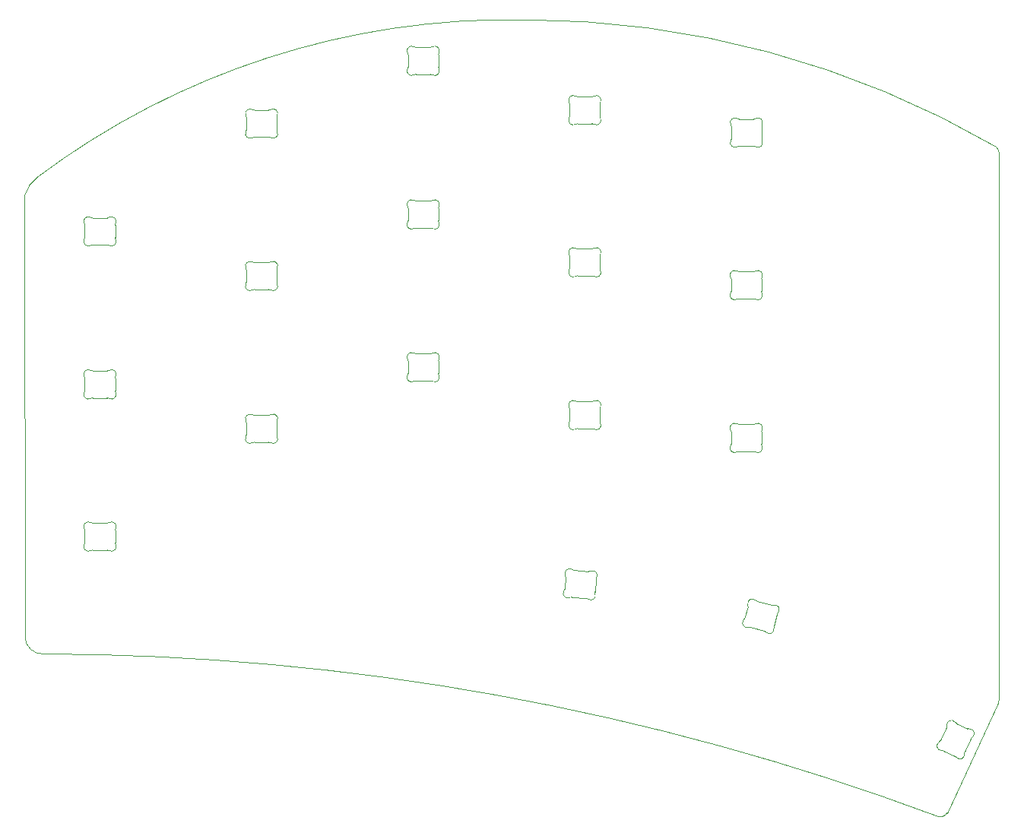
<source format=gbr>
%TF.GenerationSoftware,KiCad,Pcbnew,(6.0.0)*%
%TF.CreationDate,2022-06-16T08:24:19-07:00*%
%TF.ProjectId,half-swept,68616c66-2d73-4776-9570-742e6b696361,rev?*%
%TF.SameCoordinates,Original*%
%TF.FileFunction,Profile,NP*%
%FSLAX46Y46*%
G04 Gerber Fmt 4.6, Leading zero omitted, Abs format (unit mm)*
G04 Created by KiCad (PCBNEW (6.0.0)) date 2022-06-16 08:24:19*
%MOMM*%
%LPD*%
G01*
G04 APERTURE LIST*
%TA.AperFunction,Profile*%
%ADD10C,0.050000*%
%TD*%
%TA.AperFunction,Profile*%
%ADD11C,0.100000*%
%TD*%
G04 APERTURE END LIST*
D10*
X13973789Y-32009886D02*
X14013987Y-81278206D01*
X122525733Y-27416958D02*
G75*
G03*
X122163735Y-26613184I-1044783J12862D01*
G01*
X15400733Y-29996183D02*
G75*
G03*
X13973789Y-32009886I2445014J-3245008D01*
G01*
X122163735Y-26613184D02*
G75*
G03*
X69663734Y-12463183I-52476915J-90233334D01*
G01*
X115506911Y-101147388D02*
G75*
G03*
X16051734Y-83114303I-99965887J-268055225D01*
G01*
X14013985Y-81278206D02*
G75*
G03*
X16051734Y-83114303I1978000J146415D01*
G01*
X122525734Y-27416958D02*
X122525734Y-88113183D01*
X69663734Y-12463183D02*
G75*
G03*
X15400733Y-29996183I-1656756J-87608458D01*
G01*
X122413733Y-88613182D02*
G75*
G03*
X122525734Y-88113183I-1060056J499999D01*
G01*
X115506911Y-101147388D02*
G75*
G03*
X116713735Y-100813183I439902J757542D01*
G01*
X122413732Y-88613182D02*
X116713735Y-100813183D01*
D11*
%TO.C,D12*%
X76762526Y-77006070D02*
G75*
G03*
X76517179Y-76916045I-288927J-408081D01*
G01*
X74934322Y-76777562D02*
G75*
G03*
X74677071Y-76823616I-43576J-498108D01*
G01*
X74224210Y-74504180D02*
G75*
G03*
X74193816Y-74283814I-498086J43579D01*
G01*
X77679471Y-74588769D02*
G75*
G03*
X77035898Y-73881409I-429900J255316D01*
G01*
X77488758Y-76200844D02*
G75*
G03*
X77519152Y-76421210I498087J-43579D01*
G01*
X74033499Y-76116255D02*
G75*
G03*
X74101697Y-75904516I-429889J255315D01*
G01*
X74950442Y-73698953D02*
G75*
G03*
X74193816Y-74283814I-288923J-408073D01*
G01*
X74950442Y-73698954D02*
G75*
G03*
X75195788Y-73788979I288928J408081D01*
G01*
X74033499Y-76116255D02*
G75*
G03*
X74677070Y-76823614I429898J-255316D01*
G01*
X76762526Y-77006070D02*
G75*
G03*
X77519152Y-76421209I288923J408073D01*
G01*
X77679470Y-74588769D02*
G75*
G03*
X77611271Y-74800508I429880J-255312D01*
G01*
X76778648Y-73927462D02*
G75*
G03*
X77035898Y-73881409I43577J498098D01*
G01*
X77611271Y-74800509D02*
X77488757Y-76200844D01*
X76517179Y-76916045D02*
X74934322Y-76777563D01*
X75195789Y-73788980D02*
X76778648Y-73927462D01*
X74101697Y-75904515D02*
X74224211Y-74504180D01*
%TO.C,D16*%
X38614250Y-24952903D02*
G75*
G03*
X39317023Y-25601480I450515J-216877D01*
G01*
X39317023Y-22464884D02*
G75*
G03*
X39569281Y-22533183I252261J431710D01*
G01*
X41410445Y-25601482D02*
G75*
G03*
X41158186Y-25533183I-252261J-431710D01*
G01*
X42113217Y-23113463D02*
G75*
G03*
X41410445Y-22464885I-450514J216878D01*
G01*
X39317023Y-22464884D02*
G75*
G03*
X38614250Y-23113463I-252258J-431701D01*
G01*
X38663735Y-23330341D02*
G75*
G03*
X38614250Y-23113463I-499990J2D01*
G01*
X38614250Y-24952903D02*
G75*
G03*
X38663735Y-24736026I-450505J216876D01*
G01*
X42063733Y-24736025D02*
G75*
G03*
X42113218Y-24952903I499990J-2D01*
G01*
X41158187Y-22533184D02*
G75*
G03*
X41410445Y-22464885I-3J500009D01*
G01*
X41410445Y-25601482D02*
G75*
G03*
X42113218Y-24952902I252259J431700D01*
G01*
X42113218Y-23113463D02*
G75*
G03*
X42063733Y-23330340I450505J-216876D01*
G01*
X39569282Y-25533183D02*
G75*
G03*
X39317024Y-25601482I3J-500009D01*
G01*
X41158186Y-25533183D02*
X39569282Y-25533183D01*
X39569282Y-22533184D02*
X41158187Y-22533184D01*
X42063733Y-23330341D02*
X42063733Y-24736025D01*
X38663735Y-24736025D02*
X38663735Y-23330341D01*
%TO.C,D8*%
X56663733Y-50464340D02*
G75*
G03*
X56614248Y-50247462I-499990J2D01*
G01*
X59410443Y-52735481D02*
G75*
G03*
X59158184Y-52667182I-252261J-431710D01*
G01*
X60113216Y-50247462D02*
G75*
G03*
X60063731Y-50464339I450505J-216876D01*
G01*
X59158185Y-49667183D02*
G75*
G03*
X59410443Y-49598884I-3J500009D01*
G01*
X57317021Y-49598883D02*
G75*
G03*
X57569279Y-49667182I252261J431710D01*
G01*
X60063731Y-51870024D02*
G75*
G03*
X60113216Y-52086902I499990J-2D01*
G01*
X57317021Y-49598883D02*
G75*
G03*
X56614248Y-50247462I-252258J-431701D01*
G01*
X56614248Y-52086902D02*
G75*
G03*
X56663733Y-51870025I-450505J216876D01*
G01*
X56614248Y-52086902D02*
G75*
G03*
X57317021Y-52735479I450515J-216877D01*
G01*
X57569280Y-52667182D02*
G75*
G03*
X57317022Y-52735481I3J-500009D01*
G01*
X60113215Y-50247462D02*
G75*
G03*
X59410443Y-49598884I-450514J216878D01*
G01*
X59410443Y-52735481D02*
G75*
G03*
X60113216Y-52086901I252259J431700D01*
G01*
X59158184Y-52667182D02*
X57569280Y-52667182D01*
X57569280Y-49667183D02*
X59158185Y-49667183D01*
X60063731Y-50464340D02*
X60063731Y-51870024D01*
X56663733Y-51870024D02*
X56663733Y-50464340D01*
%TO.C,D2*%
X56663734Y-16330341D02*
G75*
G03*
X56614249Y-16113463I-499990J2D01*
G01*
X60063732Y-17736025D02*
G75*
G03*
X60113217Y-17952903I499990J-2D01*
G01*
X57569281Y-18533183D02*
G75*
G03*
X57317023Y-18601482I3J-500009D01*
G01*
X56614249Y-17952903D02*
G75*
G03*
X56663734Y-17736026I-450505J216876D01*
G01*
X60113217Y-16113463D02*
G75*
G03*
X60063732Y-16330340I450505J-216876D01*
G01*
X57317022Y-15464884D02*
G75*
G03*
X56614249Y-16113463I-252258J-431701D01*
G01*
X59158186Y-15533184D02*
G75*
G03*
X59410444Y-15464885I-3J500009D01*
G01*
X59410444Y-18601482D02*
G75*
G03*
X59158185Y-18533183I-252261J-431710D01*
G01*
X57317022Y-15464884D02*
G75*
G03*
X57569280Y-15533183I252261J431710D01*
G01*
X59410444Y-18601482D02*
G75*
G03*
X60113217Y-17952902I252259J431700D01*
G01*
X60113216Y-16113463D02*
G75*
G03*
X59410444Y-15464885I-450514J216878D01*
G01*
X56614249Y-17952903D02*
G75*
G03*
X57317022Y-18601480I450515J-216877D01*
G01*
X57569281Y-15533184D02*
X59158186Y-15533184D01*
X59158185Y-18533183D02*
X57569281Y-18533183D01*
X60063732Y-16330341D02*
X60063732Y-17736025D01*
X56663734Y-17736025D02*
X56663734Y-16330341D01*
%TO.C,D15*%
X97438697Y-80025164D02*
G75*
G03*
X97430364Y-80247460I482954J-129409D01*
G01*
X96583673Y-80692048D02*
G75*
G03*
X97430365Y-80247459I355396J351701D01*
G01*
X94518370Y-77787393D02*
G75*
G03*
X94526703Y-77565098I-482953J129408D01*
G01*
X97906447Y-78470697D02*
G75*
G03*
X97395484Y-77662328I-379033J326089D01*
G01*
X97134145Y-77663010D02*
G75*
G03*
X97395484Y-77662328I129409J482964D01*
G01*
X95373395Y-77120509D02*
G75*
G03*
X95599380Y-77251770I355399J351709D01*
G01*
X96583673Y-80692048D02*
G75*
G03*
X96357687Y-80560787I-355404J-351716D01*
G01*
X97906447Y-78470697D02*
G75*
G03*
X97802516Y-78667377I379014J-326081D01*
G01*
X95373394Y-77120510D02*
G75*
G03*
X94526703Y-77565098I-355395J-351702D01*
G01*
X94050620Y-79341860D02*
G75*
G03*
X94561583Y-80150229I379033J-326089D01*
G01*
X94050621Y-79341860D02*
G75*
G03*
X94154552Y-79145181I-379023J326085D01*
G01*
X94822923Y-80149548D02*
G75*
G03*
X94561584Y-80150231I-129408J-482973D01*
G01*
X94154552Y-79145180D02*
X94518370Y-77787393D01*
X96357687Y-80560787D02*
X94822923Y-80149548D01*
X97802516Y-78667378D02*
X97438698Y-80025164D01*
X95599380Y-77251772D02*
X97134145Y-77663011D01*
%TO.C,D11*%
X75317023Y-54932885D02*
G75*
G03*
X75569281Y-55001184I252261J431710D01*
G01*
X78113217Y-55581464D02*
G75*
G03*
X77410445Y-54932886I-450514J216878D01*
G01*
X75317023Y-54932885D02*
G75*
G03*
X74614250Y-55581464I-252258J-431701D01*
G01*
X77158187Y-55001185D02*
G75*
G03*
X77410445Y-54932886I-3J500009D01*
G01*
X74614250Y-57420904D02*
G75*
G03*
X75317023Y-58069481I450515J-216877D01*
G01*
X74614250Y-57420904D02*
G75*
G03*
X74663735Y-57204027I-450505J216876D01*
G01*
X77410445Y-58069483D02*
G75*
G03*
X78113218Y-57420903I252259J431700D01*
G01*
X78113218Y-55581464D02*
G75*
G03*
X78063733Y-55798341I450505J-216876D01*
G01*
X78063733Y-57204026D02*
G75*
G03*
X78113218Y-57420904I499990J-2D01*
G01*
X77410445Y-58069483D02*
G75*
G03*
X77158186Y-58001184I-252261J-431710D01*
G01*
X74663735Y-55798342D02*
G75*
G03*
X74614250Y-55581464I-499990J2D01*
G01*
X75569282Y-58001184D02*
G75*
G03*
X75317024Y-58069483I3J-500009D01*
G01*
X77158186Y-58001184D02*
X75569282Y-58001184D01*
X78063733Y-55798342D02*
X78063733Y-57204026D01*
X75569282Y-55001185D02*
X77158187Y-55001185D01*
X74663735Y-57204026D02*
X74663735Y-55798342D01*
%TO.C,D14*%
X78063733Y-40186026D02*
G75*
G03*
X78113218Y-40402904I499990J-2D01*
G01*
X78113217Y-38563464D02*
G75*
G03*
X77410445Y-37914886I-450514J216878D01*
G01*
X78113218Y-38563464D02*
G75*
G03*
X78063733Y-38780341I450505J-216876D01*
G01*
X75569282Y-40983184D02*
G75*
G03*
X75317024Y-41051483I3J-500009D01*
G01*
X75317023Y-37914885D02*
G75*
G03*
X74614250Y-38563464I-252258J-431701D01*
G01*
X77410445Y-41051483D02*
G75*
G03*
X77158186Y-40983184I-252261J-431710D01*
G01*
X77410445Y-41051483D02*
G75*
G03*
X78113218Y-40402903I252259J431700D01*
G01*
X74663735Y-38780342D02*
G75*
G03*
X74614250Y-38563464I-499990J2D01*
G01*
X75317023Y-37914885D02*
G75*
G03*
X75569281Y-37983184I252261J431710D01*
G01*
X74614250Y-40402904D02*
G75*
G03*
X75317023Y-41051481I450515J-216877D01*
G01*
X74614250Y-40402904D02*
G75*
G03*
X74663735Y-40186027I-450505J216876D01*
G01*
X77158187Y-37983185D02*
G75*
G03*
X77410445Y-37914886I-3J500009D01*
G01*
X75569282Y-37983185D02*
X77158187Y-37983185D01*
X78063733Y-38780342D02*
X78063733Y-40186026D01*
X74663735Y-40186026D02*
X74663735Y-38780342D01*
X77158186Y-40983184D02*
X75569282Y-40983184D01*
%TO.C,D10*%
X42113217Y-57105462D02*
G75*
G03*
X41410445Y-56456884I-450514J216878D01*
G01*
X38663735Y-57322340D02*
G75*
G03*
X38614250Y-57105462I-499990J2D01*
G01*
X39317023Y-56456883D02*
G75*
G03*
X39569281Y-56525182I252261J431710D01*
G01*
X38614250Y-58944902D02*
G75*
G03*
X38663735Y-58728025I-450505J216876D01*
G01*
X39317023Y-56456883D02*
G75*
G03*
X38614250Y-57105462I-252258J-431701D01*
G01*
X42063733Y-58728024D02*
G75*
G03*
X42113218Y-58944902I499990J-2D01*
G01*
X38614250Y-58944902D02*
G75*
G03*
X39317023Y-59593479I450515J-216877D01*
G01*
X39569282Y-59525182D02*
G75*
G03*
X39317024Y-59593481I3J-500009D01*
G01*
X41158187Y-56525183D02*
G75*
G03*
X41410445Y-56456884I-3J500009D01*
G01*
X41410445Y-59593481D02*
G75*
G03*
X41158186Y-59525182I-252261J-431710D01*
G01*
X41410445Y-59593481D02*
G75*
G03*
X42113218Y-58944901I252259J431700D01*
G01*
X42113218Y-57105462D02*
G75*
G03*
X42063733Y-57322339I450505J-216876D01*
G01*
X42063733Y-57322340D02*
X42063733Y-58728024D01*
X38663735Y-58728024D02*
X38663735Y-57322340D01*
X41158186Y-59525182D02*
X39569282Y-59525182D01*
X39569282Y-56525183D02*
X41158187Y-56525183D01*
%TO.C,D1*%
X20614250Y-36952903D02*
G75*
G03*
X20663735Y-36736026I-450505J216876D01*
G01*
X20663735Y-35330341D02*
G75*
G03*
X20614250Y-35113463I-499990J2D01*
G01*
X21317023Y-34464884D02*
G75*
G03*
X21569281Y-34533183I252261J431710D01*
G01*
X24113218Y-35113463D02*
G75*
G03*
X24063733Y-35330340I450505J-216876D01*
G01*
X23410445Y-37601482D02*
G75*
G03*
X24113218Y-36952902I252259J431700D01*
G01*
X20614250Y-36952903D02*
G75*
G03*
X21317023Y-37601480I450515J-216877D01*
G01*
X24113217Y-35113463D02*
G75*
G03*
X23410445Y-34464885I-450514J216878D01*
G01*
X24063733Y-36736025D02*
G75*
G03*
X24113218Y-36952903I499990J-2D01*
G01*
X23410445Y-37601482D02*
G75*
G03*
X23158186Y-37533183I-252261J-431710D01*
G01*
X21569282Y-37533183D02*
G75*
G03*
X21317024Y-37601482I3J-500009D01*
G01*
X23158187Y-34533184D02*
G75*
G03*
X23410445Y-34464885I-3J500009D01*
G01*
X21317023Y-34464884D02*
G75*
G03*
X20614250Y-35113463I-252258J-431701D01*
G01*
X21569282Y-34533184D02*
X23158187Y-34533184D01*
X23158186Y-37533183D02*
X21569282Y-37533183D01*
X24063733Y-35330341D02*
X24063733Y-36736025D01*
X20663735Y-36736025D02*
X20663735Y-35330341D01*
%TO.C,D9*%
X95390445Y-60609482D02*
G75*
G03*
X96093218Y-59960902I252259J431700D01*
G01*
X96093218Y-58121463D02*
G75*
G03*
X96043733Y-58338340I450505J-216876D01*
G01*
X92643735Y-58338341D02*
G75*
G03*
X92594250Y-58121463I-499990J2D01*
G01*
X93297023Y-57472884D02*
G75*
G03*
X93549281Y-57541183I252261J431710D01*
G01*
X95138187Y-57541184D02*
G75*
G03*
X95390445Y-57472885I-3J500009D01*
G01*
X93549282Y-60541183D02*
G75*
G03*
X93297024Y-60609482I3J-500009D01*
G01*
X92594250Y-59960903D02*
G75*
G03*
X93297023Y-60609480I450515J-216877D01*
G01*
X96093217Y-58121463D02*
G75*
G03*
X95390445Y-57472885I-450514J216878D01*
G01*
X95390445Y-60609482D02*
G75*
G03*
X95138186Y-60541183I-252261J-431710D01*
G01*
X92594250Y-59960903D02*
G75*
G03*
X92643735Y-59744026I-450505J216876D01*
G01*
X96043733Y-59744025D02*
G75*
G03*
X96093218Y-59960903I499990J-2D01*
G01*
X93297023Y-57472884D02*
G75*
G03*
X92594250Y-58121463I-252258J-431701D01*
G01*
X96043733Y-58338341D02*
X96043733Y-59744025D01*
X95138186Y-60541183D02*
X93549282Y-60541183D01*
X92643735Y-59744025D02*
X92643735Y-58338341D01*
X93549282Y-57541184D02*
X95138187Y-57541184D01*
%TO.C,D17*%
X74614250Y-23452903D02*
G75*
G03*
X74663735Y-23236026I-450505J216876D01*
G01*
X78113217Y-21613463D02*
G75*
G03*
X77410445Y-20964885I-450514J216878D01*
G01*
X77158187Y-21033184D02*
G75*
G03*
X77410445Y-20964885I-3J500009D01*
G01*
X78063733Y-23236025D02*
G75*
G03*
X78113218Y-23452903I499990J-2D01*
G01*
X75569282Y-24033183D02*
G75*
G03*
X75317024Y-24101482I3J-500009D01*
G01*
X77410445Y-24101482D02*
G75*
G03*
X77158186Y-24033183I-252261J-431710D01*
G01*
X77410445Y-24101482D02*
G75*
G03*
X78113218Y-23452902I252259J431700D01*
G01*
X78113218Y-21613463D02*
G75*
G03*
X78063733Y-21830340I450505J-216876D01*
G01*
X74614250Y-23452903D02*
G75*
G03*
X75317023Y-24101480I450515J-216877D01*
G01*
X75317023Y-20964884D02*
G75*
G03*
X75569281Y-21033183I252261J431710D01*
G01*
X74663735Y-21830341D02*
G75*
G03*
X74614250Y-21613463I-499990J2D01*
G01*
X75317023Y-20964884D02*
G75*
G03*
X74614250Y-21613463I-252258J-431701D01*
G01*
X75569282Y-21033184D02*
X77158187Y-21033184D01*
X77158186Y-24033183D02*
X75569282Y-24033183D01*
X78063733Y-21830341D02*
X78063733Y-23236025D01*
X74663735Y-23236025D02*
X74663735Y-21830341D01*
%TO.C,D18*%
X118691489Y-94014029D02*
G75*
G03*
X118646780Y-94271516I453155J-211308D01*
G01*
X116312337Y-93903771D02*
G75*
G03*
X116094865Y-93856963I-211307J-453144D01*
G01*
X117761965Y-94634344D02*
G75*
G03*
X117586320Y-94497839I-386949J-316641D01*
G01*
X119531499Y-92374232D02*
G75*
G03*
X119240692Y-91463202I-284645J411068D01*
G01*
X117573593Y-90685821D02*
G75*
G03*
X117749237Y-90822326I386942J316633D01*
G01*
X119023220Y-91416394D02*
G75*
G03*
X119240692Y-91463202I211307J453144D01*
G01*
X119531500Y-92374233D02*
G75*
G03*
X119362991Y-92573991I284651J-411074D01*
G01*
X115804058Y-92945933D02*
G75*
G03*
X115972567Y-92746173I-284652J411074D01*
G01*
X117761964Y-94634344D02*
G75*
G03*
X118646780Y-94271516I386954J316648D01*
G01*
X115804058Y-92945933D02*
G75*
G03*
X116094866Y-93856964I284644J-411069D01*
G01*
X117573593Y-90685821D02*
G75*
G03*
X116688778Y-91048649I-386953J-316649D01*
G01*
X116644067Y-91306137D02*
G75*
G03*
X116688776Y-91048650I-453155J211308D01*
G01*
X115972567Y-92746173D02*
X116644067Y-91306137D01*
X119362989Y-92573992D02*
X118691489Y-94014029D01*
X117749238Y-90822327D02*
X119023220Y-91416394D01*
X117586319Y-94497839D02*
X116312337Y-93903771D01*
%TO.C,D4*%
X24063732Y-53786025D02*
G75*
G03*
X24113217Y-54002903I499990J-2D01*
G01*
X20614249Y-54002903D02*
G75*
G03*
X20663734Y-53786026I-450505J216876D01*
G01*
X20663734Y-52380341D02*
G75*
G03*
X20614249Y-52163463I-499990J2D01*
G01*
X23158186Y-51583184D02*
G75*
G03*
X23410444Y-51514885I-3J500009D01*
G01*
X20614249Y-54002903D02*
G75*
G03*
X21317022Y-54651480I450515J-216877D01*
G01*
X21569281Y-54583183D02*
G75*
G03*
X21317023Y-54651482I3J-500009D01*
G01*
X24113216Y-52163463D02*
G75*
G03*
X23410444Y-51514885I-450514J216878D01*
G01*
X21317022Y-51514884D02*
G75*
G03*
X20614249Y-52163463I-252258J-431701D01*
G01*
X24113217Y-52163463D02*
G75*
G03*
X24063732Y-52380340I450505J-216876D01*
G01*
X23410444Y-54651482D02*
G75*
G03*
X24113217Y-54002902I252259J431700D01*
G01*
X21317022Y-51514884D02*
G75*
G03*
X21569280Y-51583183I252261J431710D01*
G01*
X23410444Y-54651482D02*
G75*
G03*
X23158185Y-54583183I-252261J-431710D01*
G01*
X24063732Y-52380341D02*
X24063732Y-53786025D01*
X21569281Y-51583184D02*
X23158186Y-51583184D01*
X23158185Y-54583183D02*
X21569281Y-54583183D01*
X20663734Y-53786025D02*
X20663734Y-52380341D01*
%TO.C,D3*%
X93569281Y-26533183D02*
G75*
G03*
X93317023Y-26601482I3J-500009D01*
G01*
X92614249Y-25952903D02*
G75*
G03*
X92663734Y-25736026I-450505J216876D01*
G01*
X96113217Y-24113463D02*
G75*
G03*
X96063732Y-24330340I450505J-216876D01*
G01*
X95410444Y-26601482D02*
G75*
G03*
X96113217Y-25952902I252259J431700D01*
G01*
X96113216Y-24113463D02*
G75*
G03*
X95410444Y-23464885I-450514J216878D01*
G01*
X93317022Y-23464884D02*
G75*
G03*
X92614249Y-24113463I-252258J-431701D01*
G01*
X96063732Y-25736025D02*
G75*
G03*
X96113217Y-25952903I499990J-2D01*
G01*
X95158186Y-23533184D02*
G75*
G03*
X95410444Y-23464885I-3J500009D01*
G01*
X95410444Y-26601482D02*
G75*
G03*
X95158185Y-26533183I-252261J-431710D01*
G01*
X93317022Y-23464884D02*
G75*
G03*
X93569280Y-23533183I252261J431710D01*
G01*
X92614249Y-25952903D02*
G75*
G03*
X93317022Y-26601480I450515J-216877D01*
G01*
X92663734Y-24330341D02*
G75*
G03*
X92614249Y-24113463I-499990J2D01*
G01*
X92663734Y-25736025D02*
X92663734Y-24330341D01*
X95158185Y-26533183D02*
X93569281Y-26533183D01*
X96063732Y-24330341D02*
X96063732Y-25736025D01*
X93569281Y-23533184D02*
X95158186Y-23533184D01*
%TO.C,D7*%
X23158187Y-68533184D02*
G75*
G03*
X23410445Y-68464885I-3J500009D01*
G01*
X24063733Y-70736025D02*
G75*
G03*
X24113218Y-70952903I499990J-2D01*
G01*
X23410445Y-71601482D02*
G75*
G03*
X23158186Y-71533183I-252261J-431710D01*
G01*
X20614250Y-70952903D02*
G75*
G03*
X20663735Y-70736026I-450505J216876D01*
G01*
X24113217Y-69113463D02*
G75*
G03*
X23410445Y-68464885I-450514J216878D01*
G01*
X21317023Y-68464884D02*
G75*
G03*
X20614250Y-69113463I-252258J-431701D01*
G01*
X21317023Y-68464884D02*
G75*
G03*
X21569281Y-68533183I252261J431710D01*
G01*
X20614250Y-70952903D02*
G75*
G03*
X21317023Y-71601480I450515J-216877D01*
G01*
X24113218Y-69113463D02*
G75*
G03*
X24063733Y-69330340I450505J-216876D01*
G01*
X20663735Y-69330341D02*
G75*
G03*
X20614250Y-69113463I-499990J2D01*
G01*
X21569282Y-71533183D02*
G75*
G03*
X21317024Y-71601482I3J-500009D01*
G01*
X23410445Y-71601482D02*
G75*
G03*
X24113218Y-70952902I252259J431700D01*
G01*
X20663735Y-70736025D02*
X20663735Y-69330341D01*
X23158186Y-71533183D02*
X21569282Y-71533183D01*
X24063733Y-69330341D02*
X24063733Y-70736025D01*
X21569282Y-68533184D02*
X23158187Y-68533184D01*
%TO.C,D5*%
X57317023Y-32580884D02*
G75*
G03*
X56614250Y-33229463I-252258J-431701D01*
G01*
X60113217Y-33229463D02*
G75*
G03*
X59410445Y-32580885I-450514J216878D01*
G01*
X56614250Y-35068903D02*
G75*
G03*
X57317023Y-35717480I450515J-216877D01*
G01*
X60063733Y-34852025D02*
G75*
G03*
X60113218Y-35068903I499990J-2D01*
G01*
X60113218Y-33229463D02*
G75*
G03*
X60063733Y-33446340I450505J-216876D01*
G01*
X59410445Y-35717482D02*
G75*
G03*
X59158186Y-35649183I-252261J-431710D01*
G01*
X57569282Y-35649183D02*
G75*
G03*
X57317024Y-35717482I3J-500009D01*
G01*
X56614250Y-35068903D02*
G75*
G03*
X56663735Y-34852026I-450505J216876D01*
G01*
X59410445Y-35717482D02*
G75*
G03*
X60113218Y-35068902I252259J431700D01*
G01*
X57317023Y-32580884D02*
G75*
G03*
X57569281Y-32649183I252261J431710D01*
G01*
X59158187Y-32649184D02*
G75*
G03*
X59410445Y-32580885I-3J500009D01*
G01*
X56663735Y-33446341D02*
G75*
G03*
X56614250Y-33229463I-499990J2D01*
G01*
X57569282Y-32649184D02*
X59158187Y-32649184D01*
X59158186Y-35649183D02*
X57569282Y-35649183D01*
X60063733Y-33446341D02*
X60063733Y-34852025D01*
X56663735Y-34852025D02*
X56663735Y-33446341D01*
%TO.C,D6*%
X95390443Y-43591482D02*
G75*
G03*
X96093216Y-42942902I252259J431700D01*
G01*
X93297021Y-40454884D02*
G75*
G03*
X92594248Y-41103463I-252258J-431701D01*
G01*
X95138185Y-40523184D02*
G75*
G03*
X95390443Y-40454885I-3J500009D01*
G01*
X92594248Y-42942903D02*
G75*
G03*
X92643733Y-42726026I-450505J216876D01*
G01*
X93297021Y-40454884D02*
G75*
G03*
X93549279Y-40523183I252261J431710D01*
G01*
X92643733Y-41320341D02*
G75*
G03*
X92594248Y-41103463I-499990J2D01*
G01*
X96043731Y-42726025D02*
G75*
G03*
X96093216Y-42942903I499990J-2D01*
G01*
X96093215Y-41103463D02*
G75*
G03*
X95390443Y-40454885I-450514J216878D01*
G01*
X93549280Y-43523183D02*
G75*
G03*
X93297022Y-43591482I3J-500009D01*
G01*
X96093216Y-41103463D02*
G75*
G03*
X96043731Y-41320340I450505J-216876D01*
G01*
X92594248Y-42942903D02*
G75*
G03*
X93297021Y-43591480I450515J-216877D01*
G01*
X95390443Y-43591482D02*
G75*
G03*
X95138184Y-43523183I-252261J-431710D01*
G01*
X93549280Y-40523184D02*
X95138185Y-40523184D01*
X92643733Y-42726025D02*
X92643733Y-41320341D01*
X95138184Y-43523183D02*
X93549280Y-43523183D01*
X96043731Y-41320341D02*
X96043731Y-42726025D01*
%TO.C,D13*%
X39569282Y-42507183D02*
G75*
G03*
X39317024Y-42575482I3J-500009D01*
G01*
X38663735Y-40304341D02*
G75*
G03*
X38614250Y-40087463I-499990J2D01*
G01*
X42113218Y-40087463D02*
G75*
G03*
X42063733Y-40304340I450505J-216876D01*
G01*
X39317023Y-39438884D02*
G75*
G03*
X39569281Y-39507183I252261J431710D01*
G01*
X38614250Y-41926903D02*
G75*
G03*
X39317023Y-42575480I450515J-216877D01*
G01*
X41410445Y-42575482D02*
G75*
G03*
X41158186Y-42507183I-252261J-431710D01*
G01*
X42063733Y-41710025D02*
G75*
G03*
X42113218Y-41926903I499990J-2D01*
G01*
X39317023Y-39438884D02*
G75*
G03*
X38614250Y-40087463I-252258J-431701D01*
G01*
X38614250Y-41926903D02*
G75*
G03*
X38663735Y-41710026I-450505J216876D01*
G01*
X41158187Y-39507184D02*
G75*
G03*
X41410445Y-39438885I-3J500009D01*
G01*
X41410445Y-42575482D02*
G75*
G03*
X42113218Y-41926902I252259J431700D01*
G01*
X42113217Y-40087463D02*
G75*
G03*
X41410445Y-39438885I-450514J216878D01*
G01*
X39569282Y-39507184D02*
X41158187Y-39507184D01*
X38663735Y-41710025D02*
X38663735Y-40304341D01*
X41158186Y-42507183D02*
X39569282Y-42507183D01*
X42063733Y-40304341D02*
X42063733Y-41710025D01*
%TO.C,D34*%
X39569282Y-25533183D02*
G75*
G03*
X39317023Y-25601482I-6J-499982D01*
G01*
X38614249Y-24952901D02*
G75*
G03*
X39317023Y-25601482I450516J-216879D01*
G01*
X41410445Y-25601480D02*
G75*
G03*
X42113218Y-24952903I252258J431700D01*
G01*
X41410444Y-25601482D02*
G75*
G03*
X41158186Y-25533183I-252261J-431710D01*
G01*
X38663735Y-23330340D02*
G75*
G03*
X38614250Y-23113463I-499990J1D01*
G01*
X39317023Y-22464885D02*
G75*
G03*
X39569281Y-22533184I252261J431710D01*
G01*
X39317023Y-22464886D02*
G75*
G03*
X38614250Y-23113463I-252258J-431700D01*
G01*
X38614250Y-24952903D02*
G75*
G03*
X38663735Y-24736025I-450505J216876D01*
G01*
X42113218Y-23113463D02*
G75*
G03*
X41410445Y-22464884I-450515J216878D01*
G01*
X41158187Y-22533183D02*
G75*
G03*
X41410445Y-22464884I5J499982D01*
G01*
X42063733Y-24736026D02*
G75*
G03*
X42113218Y-24952903I499990J-1D01*
G01*
X42113218Y-23113463D02*
G75*
G03*
X42063733Y-23330341I450505J-216876D01*
G01*
X42063733Y-24736025D02*
X42063733Y-23330341D01*
X38663735Y-23330341D02*
X38663735Y-24736025D01*
X41158186Y-22533184D02*
X39569281Y-22533184D01*
X39569282Y-25533183D02*
X41158186Y-25533183D01*
%TO.C,D26*%
X60063731Y-51870025D02*
G75*
G03*
X60113216Y-52086902I499990J-1D01*
G01*
X57569280Y-52667182D02*
G75*
G03*
X57317021Y-52735481I-6J-499982D01*
G01*
X59158185Y-49667182D02*
G75*
G03*
X59410443Y-49598883I5J499982D01*
G01*
X56663733Y-50464339D02*
G75*
G03*
X56614248Y-50247462I-499990J1D01*
G01*
X59410442Y-52735481D02*
G75*
G03*
X59158184Y-52667182I-252261J-431710D01*
G01*
X57317021Y-49598885D02*
G75*
G03*
X56614248Y-50247462I-252258J-431700D01*
G01*
X60113216Y-50247462D02*
G75*
G03*
X60063731Y-50464340I450505J-216876D01*
G01*
X56614247Y-52086900D02*
G75*
G03*
X57317021Y-52735481I450516J-216879D01*
G01*
X57317021Y-49598884D02*
G75*
G03*
X57569279Y-49667183I252261J431710D01*
G01*
X56614248Y-52086902D02*
G75*
G03*
X56663733Y-51870024I-450505J216876D01*
G01*
X60113216Y-50247462D02*
G75*
G03*
X59410443Y-49598883I-450515J216878D01*
G01*
X59410443Y-52735479D02*
G75*
G03*
X60113216Y-52086902I252258J431700D01*
G01*
X59158184Y-49667183D02*
X57569279Y-49667183D01*
X57569280Y-52667182D02*
X59158184Y-52667182D01*
X56663733Y-50464340D02*
X56663733Y-51870024D01*
X60063731Y-51870024D02*
X60063731Y-50464340D01*
%TO.C,D31*%
X41410444Y-42575482D02*
G75*
G03*
X41158186Y-42507183I-252261J-431710D01*
G01*
X42113218Y-40087463D02*
G75*
G03*
X41410445Y-39438884I-450515J216878D01*
G01*
X38614250Y-41926903D02*
G75*
G03*
X38663735Y-41710025I-450505J216876D01*
G01*
X42063733Y-41710026D02*
G75*
G03*
X42113218Y-41926903I499990J-1D01*
G01*
X38663735Y-40304340D02*
G75*
G03*
X38614250Y-40087463I-499990J1D01*
G01*
X39317023Y-39438885D02*
G75*
G03*
X39569281Y-39507184I252261J431710D01*
G01*
X41410445Y-42575480D02*
G75*
G03*
X42113218Y-41926903I252258J431700D01*
G01*
X39317023Y-39438886D02*
G75*
G03*
X38614250Y-40087463I-252258J-431700D01*
G01*
X39569282Y-42507183D02*
G75*
G03*
X39317023Y-42575482I-6J-499982D01*
G01*
X38614249Y-41926901D02*
G75*
G03*
X39317023Y-42575482I450516J-216879D01*
G01*
X41158187Y-39507183D02*
G75*
G03*
X41410445Y-39438884I5J499982D01*
G01*
X42113218Y-40087463D02*
G75*
G03*
X42063733Y-40304341I450505J-216876D01*
G01*
X41158186Y-39507184D02*
X39569281Y-39507184D01*
X39569282Y-42507183D02*
X41158186Y-42507183D01*
X42063733Y-41710025D02*
X42063733Y-40304341D01*
X38663735Y-40304341D02*
X38663735Y-41710025D01*
%TO.C,D28*%
X39317023Y-56456884D02*
G75*
G03*
X39569281Y-56525183I252261J431710D01*
G01*
X38663735Y-57322339D02*
G75*
G03*
X38614250Y-57105462I-499990J1D01*
G01*
X38614250Y-58944902D02*
G75*
G03*
X38663735Y-58728024I-450505J216876D01*
G01*
X39569282Y-59525182D02*
G75*
G03*
X39317023Y-59593481I-6J-499982D01*
G01*
X42113218Y-57105462D02*
G75*
G03*
X42063733Y-57322340I450505J-216876D01*
G01*
X42063733Y-58728025D02*
G75*
G03*
X42113218Y-58944902I499990J-1D01*
G01*
X39317023Y-56456885D02*
G75*
G03*
X38614250Y-57105462I-252258J-431700D01*
G01*
X41410445Y-59593479D02*
G75*
G03*
X42113218Y-58944902I252258J431700D01*
G01*
X41158187Y-56525182D02*
G75*
G03*
X41410445Y-56456883I5J499982D01*
G01*
X38614249Y-58944900D02*
G75*
G03*
X39317023Y-59593481I450516J-216879D01*
G01*
X41410444Y-59593481D02*
G75*
G03*
X41158186Y-59525182I-252261J-431710D01*
G01*
X42113218Y-57105462D02*
G75*
G03*
X41410445Y-56456883I-450515J216878D01*
G01*
X38663735Y-57322340D02*
X38663735Y-58728024D01*
X39569282Y-59525182D02*
X41158186Y-59525182D01*
X41158186Y-56525183D02*
X39569281Y-56525183D01*
X42063733Y-58728024D02*
X42063733Y-57322340D01*
%TO.C,D32*%
X75317023Y-37914887D02*
G75*
G03*
X74614250Y-38563464I-252258J-431700D01*
G01*
X78113218Y-38563464D02*
G75*
G03*
X78063733Y-38780342I450505J-216876D01*
G01*
X77410444Y-41051483D02*
G75*
G03*
X77158186Y-40983184I-252261J-431710D01*
G01*
X75317023Y-37914886D02*
G75*
G03*
X75569281Y-37983185I252261J431710D01*
G01*
X74663735Y-38780341D02*
G75*
G03*
X74614250Y-38563464I-499990J1D01*
G01*
X74614249Y-40402902D02*
G75*
G03*
X75317023Y-41051483I450516J-216879D01*
G01*
X77410445Y-41051481D02*
G75*
G03*
X78113218Y-40402904I252258J431700D01*
G01*
X77158187Y-37983184D02*
G75*
G03*
X77410445Y-37914885I5J499982D01*
G01*
X78113218Y-38563464D02*
G75*
G03*
X77410445Y-37914885I-450515J216878D01*
G01*
X75569282Y-40983184D02*
G75*
G03*
X75317023Y-41051483I-6J-499982D01*
G01*
X78063733Y-40186027D02*
G75*
G03*
X78113218Y-40402904I499990J-1D01*
G01*
X74614250Y-40402904D02*
G75*
G03*
X74663735Y-40186026I-450505J216876D01*
G01*
X77158186Y-37983185D02*
X75569281Y-37983185D01*
X74663735Y-38780342D02*
X74663735Y-40186026D01*
X78063733Y-40186026D02*
X78063733Y-38780342D01*
X75569282Y-40983184D02*
X77158186Y-40983184D01*
%TO.C,D21*%
X95410443Y-26601482D02*
G75*
G03*
X95158185Y-26533183I-252261J-431710D01*
G01*
X93317022Y-23464886D02*
G75*
G03*
X92614249Y-24113463I-252258J-431700D01*
G01*
X95410444Y-26601480D02*
G75*
G03*
X96113217Y-25952903I252258J431700D01*
G01*
X93569281Y-26533183D02*
G75*
G03*
X93317022Y-26601482I-6J-499982D01*
G01*
X92614249Y-25952903D02*
G75*
G03*
X92663734Y-25736025I-450505J216876D01*
G01*
X92663734Y-24330340D02*
G75*
G03*
X92614249Y-24113463I-499990J1D01*
G01*
X96113217Y-24113463D02*
G75*
G03*
X95410444Y-23464884I-450515J216878D01*
G01*
X95158186Y-23533183D02*
G75*
G03*
X95410444Y-23464884I5J499982D01*
G01*
X96113217Y-24113463D02*
G75*
G03*
X96063732Y-24330341I450505J-216876D01*
G01*
X93317022Y-23464885D02*
G75*
G03*
X93569280Y-23533184I252261J431710D01*
G01*
X96063732Y-25736026D02*
G75*
G03*
X96113217Y-25952903I499990J-1D01*
G01*
X92614248Y-25952901D02*
G75*
G03*
X93317022Y-26601482I450516J-216879D01*
G01*
X95158185Y-23533184D02*
X93569280Y-23533184D01*
X93569281Y-26533183D02*
X95158185Y-26533183D01*
X92663734Y-24330341D02*
X92663734Y-25736025D01*
X96063732Y-25736025D02*
X96063732Y-24330341D01*
%TO.C,D19*%
X21569282Y-37533183D02*
G75*
G03*
X21317023Y-37601482I-6J-499982D01*
G01*
X23410444Y-37601482D02*
G75*
G03*
X23158186Y-37533183I-252261J-431710D01*
G01*
X24113218Y-35113463D02*
G75*
G03*
X23410445Y-34464884I-450515J216878D01*
G01*
X20614249Y-36952901D02*
G75*
G03*
X21317023Y-37601482I450516J-216879D01*
G01*
X20663735Y-35330340D02*
G75*
G03*
X20614250Y-35113463I-499990J1D01*
G01*
X21317023Y-34464886D02*
G75*
G03*
X20614250Y-35113463I-252258J-431700D01*
G01*
X20614250Y-36952903D02*
G75*
G03*
X20663735Y-36736025I-450505J216876D01*
G01*
X23158187Y-34533183D02*
G75*
G03*
X23410445Y-34464884I5J499982D01*
G01*
X21317023Y-34464885D02*
G75*
G03*
X21569281Y-34533184I252261J431710D01*
G01*
X24063733Y-36736026D02*
G75*
G03*
X24113218Y-36952903I499990J-1D01*
G01*
X24113218Y-35113463D02*
G75*
G03*
X24063733Y-35330341I450505J-216876D01*
G01*
X23410445Y-37601480D02*
G75*
G03*
X24113218Y-36952903I252258J431700D01*
G01*
X23158186Y-34533184D02*
X21569281Y-34533184D01*
X24063733Y-36736025D02*
X24063733Y-35330341D01*
X20663735Y-35330341D02*
X20663735Y-36736025D01*
X21569282Y-37533183D02*
X23158186Y-37533183D01*
%TO.C,D23*%
X56614250Y-35068903D02*
G75*
G03*
X56663735Y-34852025I-450505J216876D01*
G01*
X57569282Y-35649183D02*
G75*
G03*
X57317023Y-35717482I-6J-499982D01*
G01*
X56614249Y-35068901D02*
G75*
G03*
X57317023Y-35717482I450516J-216879D01*
G01*
X57317023Y-32580885D02*
G75*
G03*
X57569281Y-32649184I252261J431710D01*
G01*
X56663735Y-33446340D02*
G75*
G03*
X56614250Y-33229463I-499990J1D01*
G01*
X57317023Y-32580886D02*
G75*
G03*
X56614250Y-33229463I-252258J-431700D01*
G01*
X60113218Y-33229463D02*
G75*
G03*
X59410445Y-32580884I-450515J216878D01*
G01*
X59410444Y-35717482D02*
G75*
G03*
X59158186Y-35649183I-252261J-431710D01*
G01*
X59158187Y-32649183D02*
G75*
G03*
X59410445Y-32580884I5J499982D01*
G01*
X60063733Y-34852026D02*
G75*
G03*
X60113218Y-35068903I499990J-1D01*
G01*
X59410445Y-35717480D02*
G75*
G03*
X60113218Y-35068903I252258J431700D01*
G01*
X60113218Y-33229463D02*
G75*
G03*
X60063733Y-33446341I450505J-216876D01*
G01*
X60063733Y-34852025D02*
X60063733Y-33446341D01*
X59158186Y-32649184D02*
X57569281Y-32649184D01*
X56663735Y-33446341D02*
X56663735Y-34852025D01*
X57569282Y-35649183D02*
X59158186Y-35649183D01*
%TO.C,D22*%
X20663734Y-52380340D02*
G75*
G03*
X20614249Y-52163463I-499990J1D01*
G01*
X24063732Y-53786026D02*
G75*
G03*
X24113217Y-54002903I499990J-1D01*
G01*
X21317022Y-51514885D02*
G75*
G03*
X21569280Y-51583184I252261J431710D01*
G01*
X24113217Y-52163463D02*
G75*
G03*
X24063732Y-52380341I450505J-216876D01*
G01*
X24113217Y-52163463D02*
G75*
G03*
X23410444Y-51514884I-450515J216878D01*
G01*
X21317022Y-51514886D02*
G75*
G03*
X20614249Y-52163463I-252258J-431700D01*
G01*
X20614248Y-54002901D02*
G75*
G03*
X21317022Y-54651482I450516J-216879D01*
G01*
X20614249Y-54002903D02*
G75*
G03*
X20663734Y-53786025I-450505J216876D01*
G01*
X23410444Y-54651480D02*
G75*
G03*
X24113217Y-54002903I252258J431700D01*
G01*
X21569281Y-54583183D02*
G75*
G03*
X21317022Y-54651482I-6J-499982D01*
G01*
X23410443Y-54651482D02*
G75*
G03*
X23158185Y-54583183I-252261J-431710D01*
G01*
X23158186Y-51583183D02*
G75*
G03*
X23410444Y-51514884I5J499982D01*
G01*
X23158185Y-51583184D02*
X21569280Y-51583184D01*
X21569281Y-54583183D02*
X23158185Y-54583183D01*
X24063732Y-53786025D02*
X24063732Y-52380341D01*
X20663734Y-52380341D02*
X20663734Y-53786025D01*
%TO.C,D35*%
X74614249Y-23452901D02*
G75*
G03*
X75317023Y-24101482I450516J-216879D01*
G01*
X75317023Y-20964886D02*
G75*
G03*
X74614250Y-21613463I-252258J-431700D01*
G01*
X77158187Y-21033183D02*
G75*
G03*
X77410445Y-20964884I5J499982D01*
G01*
X75569282Y-24033183D02*
G75*
G03*
X75317023Y-24101482I-6J-499982D01*
G01*
X78113218Y-21613463D02*
G75*
G03*
X77410445Y-20964884I-450515J216878D01*
G01*
X74663735Y-21830340D02*
G75*
G03*
X74614250Y-21613463I-499990J1D01*
G01*
X77410445Y-24101480D02*
G75*
G03*
X78113218Y-23452903I252258J431700D01*
G01*
X78063733Y-23236026D02*
G75*
G03*
X78113218Y-23452903I499990J-1D01*
G01*
X77410444Y-24101482D02*
G75*
G03*
X77158186Y-24033183I-252261J-431710D01*
G01*
X74614250Y-23452903D02*
G75*
G03*
X74663735Y-23236025I-450505J216876D01*
G01*
X75317023Y-20964885D02*
G75*
G03*
X75569281Y-21033184I252261J431710D01*
G01*
X78113218Y-21613463D02*
G75*
G03*
X78063733Y-21830341I450505J-216876D01*
G01*
X78063733Y-23236025D02*
X78063733Y-21830341D01*
X77158186Y-21033184D02*
X75569281Y-21033184D01*
X75569282Y-24033183D02*
X77158186Y-24033183D01*
X74663735Y-21830341D02*
X74663735Y-23236025D01*
%TO.C,D25*%
X21317023Y-68464885D02*
G75*
G03*
X21569281Y-68533184I252261J431710D01*
G01*
X20614249Y-70952901D02*
G75*
G03*
X21317023Y-71601482I450516J-216879D01*
G01*
X20614250Y-70952903D02*
G75*
G03*
X20663735Y-70736025I-450505J216876D01*
G01*
X24063733Y-70736026D02*
G75*
G03*
X24113218Y-70952903I499990J-1D01*
G01*
X21569282Y-71533183D02*
G75*
G03*
X21317023Y-71601482I-6J-499982D01*
G01*
X23158187Y-68533183D02*
G75*
G03*
X23410445Y-68464884I5J499982D01*
G01*
X21317023Y-68464886D02*
G75*
G03*
X20614250Y-69113463I-252258J-431700D01*
G01*
X24113218Y-69113463D02*
G75*
G03*
X24063733Y-69330341I450505J-216876D01*
G01*
X24113218Y-69113463D02*
G75*
G03*
X23410445Y-68464884I-450515J216878D01*
G01*
X23410444Y-71601482D02*
G75*
G03*
X23158186Y-71533183I-252261J-431710D01*
G01*
X20663735Y-69330340D02*
G75*
G03*
X20614250Y-69113463I-499990J1D01*
G01*
X23410445Y-71601480D02*
G75*
G03*
X24113218Y-70952903I252258J431700D01*
G01*
X23158186Y-68533184D02*
X21569281Y-68533184D01*
X21569282Y-71533183D02*
X23158186Y-71533183D01*
X20663735Y-69330341D02*
X20663735Y-70736025D01*
X24063733Y-70736025D02*
X24063733Y-69330341D01*
%TO.C,D24*%
X93549280Y-43523183D02*
G75*
G03*
X93297021Y-43591482I-6J-499982D01*
G01*
X95390442Y-43591482D02*
G75*
G03*
X95138184Y-43523183I-252261J-431710D01*
G01*
X95138185Y-40523183D02*
G75*
G03*
X95390443Y-40454884I5J499982D01*
G01*
X96093216Y-41103463D02*
G75*
G03*
X96043731Y-41320341I450505J-216876D01*
G01*
X95390443Y-43591480D02*
G75*
G03*
X96093216Y-42942903I252258J431700D01*
G01*
X96093216Y-41103463D02*
G75*
G03*
X95390443Y-40454884I-450515J216878D01*
G01*
X93297021Y-40454885D02*
G75*
G03*
X93549279Y-40523184I252261J431710D01*
G01*
X92594247Y-42942901D02*
G75*
G03*
X93297021Y-43591482I450516J-216879D01*
G01*
X93297021Y-40454886D02*
G75*
G03*
X92594248Y-41103463I-252258J-431700D01*
G01*
X92643733Y-41320340D02*
G75*
G03*
X92594248Y-41103463I-499990J1D01*
G01*
X92594248Y-42942903D02*
G75*
G03*
X92643733Y-42726025I-450505J216876D01*
G01*
X96043731Y-42726026D02*
G75*
G03*
X96093216Y-42942903I499990J-1D01*
G01*
X92643733Y-41320341D02*
X92643733Y-42726025D01*
X95138184Y-40523184D02*
X93549279Y-40523184D01*
X93549280Y-43523183D02*
X95138184Y-43523183D01*
X96043731Y-42726025D02*
X96043731Y-41320341D01*
%TO.C,D30*%
X77488758Y-76200845D02*
G75*
G03*
X77519152Y-76421210I498087J-43578D01*
G01*
X77679470Y-74588769D02*
G75*
G03*
X77035898Y-73881408I-429899J255317D01*
G01*
X74950442Y-73698954D02*
G75*
G03*
X74193816Y-74283814I-288923J-408073D01*
G01*
X74950442Y-73698955D02*
G75*
G03*
X75195788Y-73788980I288927J408081D01*
G01*
X76778648Y-73927461D02*
G75*
G03*
X77035898Y-73881408I43577J498098D01*
G01*
X74934322Y-76777563D02*
G75*
G03*
X74677070Y-76823616I-43583J-498079D01*
G01*
X76762525Y-77006070D02*
G75*
G03*
X76517179Y-76916045I-288925J-408073D01*
G01*
X74033498Y-76116254D02*
G75*
G03*
X74101697Y-75904515I-429888J255314D01*
G01*
X74033497Y-76116253D02*
G75*
G03*
X74677070Y-76823616I429900J-255318D01*
G01*
X74224210Y-74504179D02*
G75*
G03*
X74193816Y-74283814I-498086J43578D01*
G01*
X77679470Y-74588769D02*
G75*
G03*
X77611271Y-74800509I429888J-255315D01*
G01*
X76762526Y-77006068D02*
G75*
G03*
X77519152Y-76421210I288923J408072D01*
G01*
X74934322Y-76777563D02*
X76517179Y-76916045D01*
X74224211Y-74504180D02*
X74101697Y-75904515D01*
X76778647Y-73927462D02*
X75195788Y-73788980D01*
X77488757Y-76200844D02*
X77611271Y-74800509D01*
%TO.C,D29*%
X75317023Y-54932886D02*
G75*
G03*
X75569281Y-55001185I252261J431710D01*
G01*
X75569282Y-58001184D02*
G75*
G03*
X75317023Y-58069483I-6J-499982D01*
G01*
X77158187Y-55001184D02*
G75*
G03*
X77410445Y-54932885I5J499982D01*
G01*
X74663735Y-55798341D02*
G75*
G03*
X74614250Y-55581464I-499990J1D01*
G01*
X74614250Y-57420904D02*
G75*
G03*
X74663735Y-57204026I-450505J216876D01*
G01*
X77410444Y-58069483D02*
G75*
G03*
X77158186Y-58001184I-252261J-431710D01*
G01*
X78113218Y-55581464D02*
G75*
G03*
X78063733Y-55798342I450505J-216876D01*
G01*
X75317023Y-54932887D02*
G75*
G03*
X74614250Y-55581464I-252258J-431700D01*
G01*
X78063733Y-57204027D02*
G75*
G03*
X78113218Y-57420904I499990J-1D01*
G01*
X78113218Y-55581464D02*
G75*
G03*
X77410445Y-54932885I-450515J216878D01*
G01*
X74614249Y-57420902D02*
G75*
G03*
X75317023Y-58069483I450516J-216879D01*
G01*
X77410445Y-58069481D02*
G75*
G03*
X78113218Y-57420904I252258J431700D01*
G01*
X75569282Y-58001184D02*
X77158186Y-58001184D01*
X77158186Y-55001185D02*
X75569281Y-55001185D01*
X74663735Y-55798342D02*
X74663735Y-57204026D01*
X78063733Y-57204026D02*
X78063733Y-55798342D01*
%TO.C,D33*%
X94050621Y-79341860D02*
G75*
G03*
X94154552Y-79145180I-379023J326085D01*
G01*
X97906448Y-78470697D02*
G75*
G03*
X97802516Y-78667378I379021J-326086D01*
G01*
X94822923Y-80149549D02*
G75*
G03*
X94561583Y-80150231I-129410J-482943D01*
G01*
X95373395Y-77120510D02*
G75*
G03*
X95599379Y-77251771I355399J351709D01*
G01*
X97438697Y-80025165D02*
G75*
G03*
X97430364Y-80247460I482954J-129408D01*
G01*
X97134145Y-77663009D02*
G75*
G03*
X97395485Y-77662327I129410J482944D01*
G01*
X94518370Y-77787392D02*
G75*
G03*
X94526703Y-77565098I-482983J129408D01*
G01*
X97906447Y-78470697D02*
G75*
G03*
X97395485Y-77662327I-379032J326090D01*
G01*
X96583672Y-80692048D02*
G75*
G03*
X96357687Y-80560787I-355400J-351710D01*
G01*
X96583675Y-80692045D02*
G75*
G03*
X97430364Y-80247460I355394J351700D01*
G01*
X95373395Y-77120510D02*
G75*
G03*
X94526703Y-77565098I-355396J-351702D01*
G01*
X94050620Y-79341858D02*
G75*
G03*
X94561583Y-80150231I379033J-326091D01*
G01*
X94822923Y-80149548D02*
X96357687Y-80560787D01*
X97438698Y-80025164D02*
X97802516Y-78667378D01*
X97134144Y-77663010D02*
X95599379Y-77251771D01*
X94518370Y-77787393D02*
X94154552Y-79145180D01*
%TO.C,D20*%
X57317022Y-15464885D02*
G75*
G03*
X57569280Y-15533184I252261J431710D01*
G01*
X59158186Y-15533183D02*
G75*
G03*
X59410444Y-15464884I5J499982D01*
G01*
X56663734Y-16330340D02*
G75*
G03*
X56614249Y-16113463I-499990J1D01*
G01*
X56614249Y-17952903D02*
G75*
G03*
X56663734Y-17736025I-450505J216876D01*
G01*
X59410443Y-18601482D02*
G75*
G03*
X59158185Y-18533183I-252261J-431710D01*
G01*
X57317022Y-15464886D02*
G75*
G03*
X56614249Y-16113463I-252258J-431700D01*
G01*
X60063732Y-17736026D02*
G75*
G03*
X60113217Y-17952903I499990J-1D01*
G01*
X56614248Y-17952901D02*
G75*
G03*
X57317022Y-18601482I450516J-216879D01*
G01*
X60113217Y-16113463D02*
G75*
G03*
X59410444Y-15464884I-450515J216878D01*
G01*
X57569281Y-18533183D02*
G75*
G03*
X57317022Y-18601482I-6J-499982D01*
G01*
X60113217Y-16113463D02*
G75*
G03*
X60063732Y-16330341I450505J-216876D01*
G01*
X59410444Y-18601480D02*
G75*
G03*
X60113217Y-17952903I252258J431700D01*
G01*
X57569281Y-18533183D02*
X59158185Y-18533183D01*
X60063732Y-17736025D02*
X60063732Y-16330341D01*
X59158185Y-15533184D02*
X57569280Y-15533184D01*
X56663734Y-16330341D02*
X56663734Y-17736025D01*
%TO.C,D36*%
X118691491Y-94014029D02*
G75*
G03*
X118646781Y-94271517I453134J-211306D01*
G01*
X117761964Y-94634344D02*
G75*
G03*
X118646781Y-94271517I386954J316648D01*
G01*
X117573593Y-90685821D02*
G75*
G03*
X117749238Y-90822327I386948J316640D01*
G01*
X115804060Y-92945934D02*
G75*
G03*
X116094865Y-93856963I284644J-411068D01*
G01*
X116644067Y-91306137D02*
G75*
G03*
X116688776Y-91048649I-453163J211311D01*
G01*
X115804058Y-92945932D02*
G75*
G03*
X115972567Y-92746173I-284652J411074D01*
G01*
X117573595Y-90685821D02*
G75*
G03*
X116688776Y-91048649I-386955J-316649D01*
G01*
X116312336Y-93903771D02*
G75*
G03*
X116094865Y-93856963I-211306J-453144D01*
G01*
X119023221Y-91416394D02*
G75*
G03*
X119240692Y-91463202I211306J453144D01*
G01*
X119531498Y-92374232D02*
G75*
G03*
X119240692Y-91463202I-284645J411068D01*
G01*
X117761964Y-94634344D02*
G75*
G03*
X117586319Y-94497839I-386948J-316641D01*
G01*
X119531498Y-92374232D02*
G75*
G03*
X119362990Y-92573991I284652J-411074D01*
G01*
X118691489Y-94014028D02*
X119362990Y-92573991D01*
X116312337Y-93903771D02*
X117586319Y-94497839D01*
X119023220Y-91416394D02*
X117749238Y-90822327D01*
X116644067Y-91306137D02*
X115972567Y-92746173D01*
%TO.C,D27*%
X93297023Y-57472885D02*
G75*
G03*
X93549281Y-57541184I252261J431710D01*
G01*
X95390444Y-60609482D02*
G75*
G03*
X95138186Y-60541183I-252261J-431710D01*
G01*
X93297023Y-57472886D02*
G75*
G03*
X92594250Y-58121463I-252258J-431700D01*
G01*
X93549282Y-60541183D02*
G75*
G03*
X93297023Y-60609482I-6J-499982D01*
G01*
X96043733Y-59744026D02*
G75*
G03*
X96093218Y-59960903I499990J-1D01*
G01*
X95390445Y-60609480D02*
G75*
G03*
X96093218Y-59960903I252258J431700D01*
G01*
X92643735Y-58338340D02*
G75*
G03*
X92594250Y-58121463I-499990J1D01*
G01*
X95138187Y-57541183D02*
G75*
G03*
X95390445Y-57472884I5J499982D01*
G01*
X92594250Y-59960903D02*
G75*
G03*
X92643735Y-59744025I-450505J216876D01*
G01*
X96093218Y-58121463D02*
G75*
G03*
X95390445Y-57472884I-450515J216878D01*
G01*
X92594249Y-59960901D02*
G75*
G03*
X93297023Y-60609482I450516J-216879D01*
G01*
X96093218Y-58121463D02*
G75*
G03*
X96043733Y-58338341I450505J-216876D01*
G01*
X95138186Y-57541184D02*
X93549281Y-57541184D01*
X96043733Y-59744025D02*
X96043733Y-58338341D01*
X92643735Y-58338341D02*
X92643735Y-59744025D01*
X93549282Y-60541183D02*
X95138186Y-60541183D01*
%TD*%
M02*

</source>
